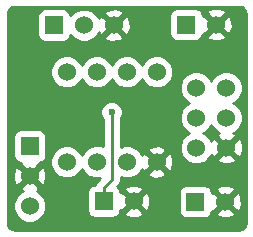
<source format=gbl>
G04 #@! TF.FileFunction,Copper,L2,Bot,Signal*
%FSLAX46Y46*%
G04 Gerber Fmt 4.6, Leading zero omitted, Abs format (unit mm)*
G04 Created by KiCad (PCBNEW 4.0.1-stable) date Monday, June 13, 2016 'PMt' 11:56:34 PM*
%MOMM*%
G01*
G04 APERTURE LIST*
%ADD10C,0.100000*%
%ADD11C,1.524000*%
%ADD12R,1.524000X1.524000*%
%ADD13C,0.600000*%
%ADD14C,0.254000*%
G04 APERTURE END LIST*
D10*
D11*
X155112720Y-90134440D03*
X157652720Y-90134440D03*
X155112720Y-92674440D03*
X157652720Y-92674440D03*
X155112720Y-95214440D03*
X157652720Y-95214440D03*
X144160240Y-96415860D03*
X146700240Y-96415860D03*
X149240240Y-96415860D03*
X151780240Y-96415860D03*
X151780240Y-88795860D03*
X149240240Y-88795860D03*
X146700240Y-88795860D03*
X144160240Y-88795860D03*
D12*
X143065500Y-84828380D03*
D11*
X145605500Y-84828380D03*
X148145500Y-84828380D03*
D12*
X154254200Y-84787740D03*
D11*
X156794200Y-84787740D03*
D12*
X147279360Y-99738180D03*
D11*
X149819360Y-99738180D03*
D12*
X155026360Y-99776280D03*
D11*
X157566360Y-99776280D03*
D12*
X141015720Y-95064580D03*
D11*
X141015720Y-97604580D03*
X141015720Y-100144580D03*
D13*
X147942300Y-92184220D03*
X143245840Y-90670380D03*
D14*
X147286980Y-98557080D02*
X147942300Y-97901760D01*
X147286980Y-99573080D02*
X147286980Y-98557080D01*
X147942300Y-97901760D02*
X147942300Y-92184220D01*
X146700240Y-88795860D02*
X146697700Y-88798400D01*
X146697700Y-88798400D02*
X146697700Y-89250520D01*
G36*
X158958979Y-83315478D02*
X159136145Y-83433856D01*
X159254521Y-83611019D01*
X159310000Y-83889931D01*
X159310000Y-101530069D01*
X159254521Y-101808981D01*
X159136145Y-101986144D01*
X158958979Y-102104522D01*
X158680070Y-102160000D01*
X139769931Y-102160000D01*
X139491019Y-102104521D01*
X139313856Y-101986145D01*
X139195478Y-101808979D01*
X139140000Y-101530070D01*
X139140000Y-100421241D01*
X139618478Y-100421241D01*
X139830710Y-100934883D01*
X140223350Y-101328209D01*
X140736620Y-101541337D01*
X141292381Y-101541822D01*
X141806023Y-101329590D01*
X142199349Y-100936950D01*
X142412477Y-100423680D01*
X142412962Y-99867919D01*
X142200730Y-99354277D01*
X141808090Y-98960951D01*
X141615993Y-98881185D01*
X141746863Y-98826977D01*
X141816328Y-98584793D01*
X141015720Y-97784185D01*
X140215112Y-98584793D01*
X140284577Y-98826977D01*
X140425038Y-98877089D01*
X140225417Y-98959570D01*
X139832091Y-99352210D01*
X139618963Y-99865480D01*
X139618478Y-100421241D01*
X139140000Y-100421241D01*
X139140000Y-97396882D01*
X139606576Y-97396882D01*
X139634358Y-97951948D01*
X139793323Y-98335723D01*
X140035507Y-98405188D01*
X140836115Y-97604580D01*
X141195325Y-97604580D01*
X141995933Y-98405188D01*
X142238117Y-98335723D01*
X142424864Y-97812278D01*
X142397082Y-97257212D01*
X142238117Y-96873437D01*
X141995933Y-96803972D01*
X141195325Y-97604580D01*
X140836115Y-97604580D01*
X140035507Y-96803972D01*
X139793323Y-96873437D01*
X139606576Y-97396882D01*
X139140000Y-97396882D01*
X139140000Y-94302580D01*
X139606280Y-94302580D01*
X139606280Y-95826580D01*
X139650558Y-96061897D01*
X139789630Y-96278021D01*
X140001830Y-96423011D01*
X140253720Y-96474020D01*
X140258236Y-96474020D01*
X140215112Y-96624367D01*
X141015720Y-97424975D01*
X141748174Y-96692521D01*
X142762998Y-96692521D01*
X142975230Y-97206163D01*
X143367870Y-97599489D01*
X143881140Y-97812617D01*
X144436901Y-97813102D01*
X144950543Y-97600870D01*
X145343869Y-97208230D01*
X145430189Y-97000348D01*
X145515230Y-97206163D01*
X145907870Y-97599489D01*
X146421140Y-97812617D01*
X146953348Y-97813081D01*
X146748165Y-98018265D01*
X146582984Y-98265475D01*
X146570400Y-98328740D01*
X146517360Y-98328740D01*
X146282043Y-98373018D01*
X146065919Y-98512090D01*
X145920929Y-98724290D01*
X145869920Y-98976180D01*
X145869920Y-100500180D01*
X145914198Y-100735497D01*
X146053270Y-100951621D01*
X146265470Y-101096611D01*
X146517360Y-101147620D01*
X148041360Y-101147620D01*
X148276677Y-101103342D01*
X148492801Y-100964270D01*
X148637791Y-100752070D01*
X148644610Y-100718393D01*
X149018752Y-100718393D01*
X149088217Y-100960577D01*
X149611662Y-101147324D01*
X150166728Y-101119542D01*
X150550503Y-100960577D01*
X150619968Y-100718393D01*
X149819360Y-99917785D01*
X149018752Y-100718393D01*
X148644610Y-100718393D01*
X148688800Y-100500180D01*
X148688800Y-100495664D01*
X148839147Y-100538788D01*
X149639755Y-99738180D01*
X149998965Y-99738180D01*
X150799573Y-100538788D01*
X151041757Y-100469323D01*
X151228504Y-99945878D01*
X151200722Y-99390812D01*
X151044758Y-99014280D01*
X153616920Y-99014280D01*
X153616920Y-100538280D01*
X153661198Y-100773597D01*
X153800270Y-100989721D01*
X154012470Y-101134711D01*
X154264360Y-101185720D01*
X155788360Y-101185720D01*
X156023677Y-101141442D01*
X156239801Y-101002370D01*
X156384791Y-100790170D01*
X156391610Y-100756493D01*
X156765752Y-100756493D01*
X156835217Y-100998677D01*
X157358662Y-101185424D01*
X157913728Y-101157642D01*
X158297503Y-100998677D01*
X158366968Y-100756493D01*
X157566360Y-99955885D01*
X156765752Y-100756493D01*
X156391610Y-100756493D01*
X156435800Y-100538280D01*
X156435800Y-100533764D01*
X156586147Y-100576888D01*
X157386755Y-99776280D01*
X157745965Y-99776280D01*
X158546573Y-100576888D01*
X158788757Y-100507423D01*
X158975504Y-99983978D01*
X158947722Y-99428912D01*
X158788757Y-99045137D01*
X158546573Y-98975672D01*
X157745965Y-99776280D01*
X157386755Y-99776280D01*
X156586147Y-98975672D01*
X156435800Y-99018796D01*
X156435800Y-99014280D01*
X156394741Y-98796067D01*
X156765752Y-98796067D01*
X157566360Y-99596675D01*
X158366968Y-98796067D01*
X158297503Y-98553883D01*
X157774058Y-98367136D01*
X157218992Y-98394918D01*
X156835217Y-98553883D01*
X156765752Y-98796067D01*
X156394741Y-98796067D01*
X156391522Y-98778963D01*
X156252450Y-98562839D01*
X156040250Y-98417849D01*
X155788360Y-98366840D01*
X154264360Y-98366840D01*
X154029043Y-98411118D01*
X153812919Y-98550190D01*
X153667929Y-98762390D01*
X153616920Y-99014280D01*
X151044758Y-99014280D01*
X151041757Y-99007037D01*
X150799573Y-98937572D01*
X149998965Y-99738180D01*
X149639755Y-99738180D01*
X148839147Y-98937572D01*
X148688800Y-98980696D01*
X148688800Y-98976180D01*
X148647741Y-98757967D01*
X149018752Y-98757967D01*
X149819360Y-99558575D01*
X150619968Y-98757967D01*
X150550503Y-98515783D01*
X150027058Y-98329036D01*
X149471992Y-98356818D01*
X149088217Y-98515783D01*
X149018752Y-98757967D01*
X148647741Y-98757967D01*
X148644522Y-98740863D01*
X148505450Y-98524739D01*
X148440993Y-98480698D01*
X148481115Y-98440576D01*
X148646296Y-98193365D01*
X148704300Y-97901760D01*
X148704300Y-97705968D01*
X148961140Y-97812617D01*
X149516901Y-97813102D01*
X150030543Y-97600870D01*
X150235697Y-97396073D01*
X150979632Y-97396073D01*
X151049097Y-97638257D01*
X151572542Y-97825004D01*
X152127608Y-97797222D01*
X152511383Y-97638257D01*
X152580848Y-97396073D01*
X151780240Y-96595465D01*
X150979632Y-97396073D01*
X150235697Y-97396073D01*
X150423869Y-97208230D01*
X150503635Y-97016133D01*
X150557843Y-97147003D01*
X150800027Y-97216468D01*
X151600635Y-96415860D01*
X151959845Y-96415860D01*
X152760453Y-97216468D01*
X153002637Y-97147003D01*
X153189384Y-96623558D01*
X153161602Y-96068492D01*
X153002637Y-95684717D01*
X152760453Y-95615252D01*
X151959845Y-96415860D01*
X151600635Y-96415860D01*
X150800027Y-95615252D01*
X150557843Y-95684717D01*
X150507731Y-95825178D01*
X150425250Y-95625557D01*
X150235672Y-95435647D01*
X150979632Y-95435647D01*
X151780240Y-96236255D01*
X152580848Y-95435647D01*
X152511383Y-95193463D01*
X151987938Y-95006716D01*
X151432872Y-95034498D01*
X151049097Y-95193463D01*
X150979632Y-95435647D01*
X150235672Y-95435647D01*
X150032610Y-95232231D01*
X149519340Y-95019103D01*
X148963579Y-95018618D01*
X148704300Y-95125750D01*
X148704300Y-92744686D01*
X148734492Y-92714547D01*
X148877138Y-92371019D01*
X148877462Y-91999053D01*
X148735417Y-91655277D01*
X148472627Y-91392028D01*
X148129099Y-91249382D01*
X147757133Y-91249058D01*
X147413357Y-91391103D01*
X147150108Y-91653893D01*
X147007462Y-91997421D01*
X147007138Y-92369387D01*
X147149183Y-92713163D01*
X147180300Y-92744334D01*
X147180300Y-95102549D01*
X146979340Y-95019103D01*
X146423579Y-95018618D01*
X145909937Y-95230850D01*
X145516611Y-95623490D01*
X145430291Y-95831372D01*
X145345250Y-95625557D01*
X144952610Y-95232231D01*
X144439340Y-95019103D01*
X143883579Y-95018618D01*
X143369937Y-95230850D01*
X142976611Y-95623490D01*
X142763483Y-96136760D01*
X142762998Y-96692521D01*
X141748174Y-96692521D01*
X141816328Y-96624367D01*
X141773204Y-96474020D01*
X141777720Y-96474020D01*
X142013037Y-96429742D01*
X142229161Y-96290670D01*
X142374151Y-96078470D01*
X142425160Y-95826580D01*
X142425160Y-94302580D01*
X142380882Y-94067263D01*
X142241810Y-93851139D01*
X142029610Y-93706149D01*
X141777720Y-93655140D01*
X140253720Y-93655140D01*
X140018403Y-93699418D01*
X139802279Y-93838490D01*
X139657289Y-94050690D01*
X139606280Y-94302580D01*
X139140000Y-94302580D01*
X139140000Y-90411101D01*
X153715478Y-90411101D01*
X153927710Y-90924743D01*
X154320350Y-91318069D01*
X154528232Y-91404389D01*
X154322417Y-91489430D01*
X153929091Y-91882070D01*
X153715963Y-92395340D01*
X153715478Y-92951101D01*
X153927710Y-93464743D01*
X154320350Y-93858069D01*
X154528232Y-93944389D01*
X154322417Y-94029430D01*
X153929091Y-94422070D01*
X153715963Y-94935340D01*
X153715478Y-95491101D01*
X153927710Y-96004743D01*
X154320350Y-96398069D01*
X154833620Y-96611197D01*
X155389381Y-96611682D01*
X155903023Y-96399450D01*
X156108177Y-96194653D01*
X156852112Y-96194653D01*
X156921577Y-96436837D01*
X157445022Y-96623584D01*
X158000088Y-96595802D01*
X158383863Y-96436837D01*
X158453328Y-96194653D01*
X157652720Y-95394045D01*
X156852112Y-96194653D01*
X156108177Y-96194653D01*
X156296349Y-96006810D01*
X156376115Y-95814713D01*
X156430323Y-95945583D01*
X156672507Y-96015048D01*
X157473115Y-95214440D01*
X157832325Y-95214440D01*
X158632933Y-96015048D01*
X158875117Y-95945583D01*
X159061864Y-95422138D01*
X159034082Y-94867072D01*
X158875117Y-94483297D01*
X158632933Y-94413832D01*
X157832325Y-95214440D01*
X157473115Y-95214440D01*
X156672507Y-94413832D01*
X156430323Y-94483297D01*
X156380211Y-94623758D01*
X156297730Y-94424137D01*
X155905090Y-94030811D01*
X155697208Y-93944491D01*
X155903023Y-93859450D01*
X156296349Y-93466810D01*
X156382669Y-93258928D01*
X156467710Y-93464743D01*
X156860350Y-93858069D01*
X157052447Y-93937835D01*
X156921577Y-93992043D01*
X156852112Y-94234227D01*
X157652720Y-95034835D01*
X158453328Y-94234227D01*
X158383863Y-93992043D01*
X158243402Y-93941931D01*
X158443023Y-93859450D01*
X158836349Y-93466810D01*
X159049477Y-92953540D01*
X159049962Y-92397779D01*
X158837730Y-91884137D01*
X158445090Y-91490811D01*
X158237208Y-91404491D01*
X158443023Y-91319450D01*
X158836349Y-90926810D01*
X159049477Y-90413540D01*
X159049962Y-89857779D01*
X158837730Y-89344137D01*
X158445090Y-88950811D01*
X157931820Y-88737683D01*
X157376059Y-88737198D01*
X156862417Y-88949430D01*
X156469091Y-89342070D01*
X156382771Y-89549952D01*
X156297730Y-89344137D01*
X155905090Y-88950811D01*
X155391820Y-88737683D01*
X154836059Y-88737198D01*
X154322417Y-88949430D01*
X153929091Y-89342070D01*
X153715963Y-89855340D01*
X153715478Y-90411101D01*
X139140000Y-90411101D01*
X139140000Y-89072521D01*
X142762998Y-89072521D01*
X142975230Y-89586163D01*
X143367870Y-89979489D01*
X143881140Y-90192617D01*
X144436901Y-90193102D01*
X144950543Y-89980870D01*
X145343869Y-89588230D01*
X145430189Y-89380348D01*
X145515230Y-89586163D01*
X145907870Y-89979489D01*
X146421140Y-90192617D01*
X146976901Y-90193102D01*
X147490543Y-89980870D01*
X147883869Y-89588230D01*
X147970189Y-89380348D01*
X148055230Y-89586163D01*
X148447870Y-89979489D01*
X148961140Y-90192617D01*
X149516901Y-90193102D01*
X150030543Y-89980870D01*
X150423869Y-89588230D01*
X150510189Y-89380348D01*
X150595230Y-89586163D01*
X150987870Y-89979489D01*
X151501140Y-90192617D01*
X152056901Y-90193102D01*
X152570543Y-89980870D01*
X152963869Y-89588230D01*
X153176997Y-89074960D01*
X153177482Y-88519199D01*
X152965250Y-88005557D01*
X152572610Y-87612231D01*
X152059340Y-87399103D01*
X151503579Y-87398618D01*
X150989937Y-87610850D01*
X150596611Y-88003490D01*
X150510291Y-88211372D01*
X150425250Y-88005557D01*
X150032610Y-87612231D01*
X149519340Y-87399103D01*
X148963579Y-87398618D01*
X148449937Y-87610850D01*
X148056611Y-88003490D01*
X147970291Y-88211372D01*
X147885250Y-88005557D01*
X147492610Y-87612231D01*
X146979340Y-87399103D01*
X146423579Y-87398618D01*
X145909937Y-87610850D01*
X145516611Y-88003490D01*
X145430291Y-88211372D01*
X145345250Y-88005557D01*
X144952610Y-87612231D01*
X144439340Y-87399103D01*
X143883579Y-87398618D01*
X143369937Y-87610850D01*
X142976611Y-88003490D01*
X142763483Y-88516760D01*
X142762998Y-89072521D01*
X139140000Y-89072521D01*
X139140000Y-84066380D01*
X141656060Y-84066380D01*
X141656060Y-85590380D01*
X141700338Y-85825697D01*
X141839410Y-86041821D01*
X142051610Y-86186811D01*
X142303500Y-86237820D01*
X143827500Y-86237820D01*
X144062817Y-86193542D01*
X144278941Y-86054470D01*
X144423931Y-85842270D01*
X144460992Y-85659256D01*
X144813130Y-86012009D01*
X145326400Y-86225137D01*
X145882161Y-86225622D01*
X146395803Y-86013390D01*
X146600957Y-85808593D01*
X147344892Y-85808593D01*
X147414357Y-86050777D01*
X147937802Y-86237524D01*
X148492868Y-86209742D01*
X148876643Y-86050777D01*
X148946108Y-85808593D01*
X148145500Y-85007985D01*
X147344892Y-85808593D01*
X146600957Y-85808593D01*
X146789129Y-85620750D01*
X146868895Y-85428653D01*
X146923103Y-85559523D01*
X147165287Y-85628988D01*
X147965895Y-84828380D01*
X148325105Y-84828380D01*
X149125713Y-85628988D01*
X149367897Y-85559523D01*
X149554644Y-85036078D01*
X149526862Y-84481012D01*
X149367897Y-84097237D01*
X149125713Y-84027772D01*
X148325105Y-84828380D01*
X147965895Y-84828380D01*
X147165287Y-84027772D01*
X146923103Y-84097237D01*
X146872991Y-84237698D01*
X146790510Y-84038077D01*
X146600932Y-83848167D01*
X147344892Y-83848167D01*
X148145500Y-84648775D01*
X148768535Y-84025740D01*
X152844760Y-84025740D01*
X152844760Y-85549740D01*
X152889038Y-85785057D01*
X153028110Y-86001181D01*
X153240310Y-86146171D01*
X153492200Y-86197180D01*
X155016200Y-86197180D01*
X155251517Y-86152902D01*
X155467641Y-86013830D01*
X155612631Y-85801630D01*
X155619450Y-85767953D01*
X155993592Y-85767953D01*
X156063057Y-86010137D01*
X156586502Y-86196884D01*
X157141568Y-86169102D01*
X157525343Y-86010137D01*
X157594808Y-85767953D01*
X156794200Y-84967345D01*
X155993592Y-85767953D01*
X155619450Y-85767953D01*
X155663640Y-85549740D01*
X155663640Y-85545224D01*
X155813987Y-85588348D01*
X156614595Y-84787740D01*
X156973805Y-84787740D01*
X157774413Y-85588348D01*
X158016597Y-85518883D01*
X158203344Y-84995438D01*
X158175562Y-84440372D01*
X158016597Y-84056597D01*
X157774413Y-83987132D01*
X156973805Y-84787740D01*
X156614595Y-84787740D01*
X155813987Y-83987132D01*
X155663640Y-84030256D01*
X155663640Y-84025740D01*
X155622581Y-83807527D01*
X155993592Y-83807527D01*
X156794200Y-84608135D01*
X157594808Y-83807527D01*
X157525343Y-83565343D01*
X157001898Y-83378596D01*
X156446832Y-83406378D01*
X156063057Y-83565343D01*
X155993592Y-83807527D01*
X155622581Y-83807527D01*
X155619362Y-83790423D01*
X155480290Y-83574299D01*
X155268090Y-83429309D01*
X155016200Y-83378300D01*
X153492200Y-83378300D01*
X153256883Y-83422578D01*
X153040759Y-83561650D01*
X152895769Y-83773850D01*
X152844760Y-84025740D01*
X148768535Y-84025740D01*
X148946108Y-83848167D01*
X148876643Y-83605983D01*
X148353198Y-83419236D01*
X147798132Y-83447018D01*
X147414357Y-83605983D01*
X147344892Y-83848167D01*
X146600932Y-83848167D01*
X146397870Y-83644751D01*
X145884600Y-83431623D01*
X145328839Y-83431138D01*
X144815197Y-83643370D01*
X144461737Y-83996213D01*
X144430662Y-83831063D01*
X144291590Y-83614939D01*
X144079390Y-83469949D01*
X143827500Y-83418940D01*
X142303500Y-83418940D01*
X142068183Y-83463218D01*
X141852059Y-83602290D01*
X141707069Y-83814490D01*
X141656060Y-84066380D01*
X139140000Y-84066380D01*
X139140000Y-83889930D01*
X139195478Y-83611021D01*
X139313856Y-83433855D01*
X139491019Y-83315479D01*
X139769931Y-83260000D01*
X158680070Y-83260000D01*
X158958979Y-83315478D01*
X158958979Y-83315478D01*
G37*
X158958979Y-83315478D02*
X159136145Y-83433856D01*
X159254521Y-83611019D01*
X159310000Y-83889931D01*
X159310000Y-101530069D01*
X159254521Y-101808981D01*
X159136145Y-101986144D01*
X158958979Y-102104522D01*
X158680070Y-102160000D01*
X139769931Y-102160000D01*
X139491019Y-102104521D01*
X139313856Y-101986145D01*
X139195478Y-101808979D01*
X139140000Y-101530070D01*
X139140000Y-100421241D01*
X139618478Y-100421241D01*
X139830710Y-100934883D01*
X140223350Y-101328209D01*
X140736620Y-101541337D01*
X141292381Y-101541822D01*
X141806023Y-101329590D01*
X142199349Y-100936950D01*
X142412477Y-100423680D01*
X142412962Y-99867919D01*
X142200730Y-99354277D01*
X141808090Y-98960951D01*
X141615993Y-98881185D01*
X141746863Y-98826977D01*
X141816328Y-98584793D01*
X141015720Y-97784185D01*
X140215112Y-98584793D01*
X140284577Y-98826977D01*
X140425038Y-98877089D01*
X140225417Y-98959570D01*
X139832091Y-99352210D01*
X139618963Y-99865480D01*
X139618478Y-100421241D01*
X139140000Y-100421241D01*
X139140000Y-97396882D01*
X139606576Y-97396882D01*
X139634358Y-97951948D01*
X139793323Y-98335723D01*
X140035507Y-98405188D01*
X140836115Y-97604580D01*
X141195325Y-97604580D01*
X141995933Y-98405188D01*
X142238117Y-98335723D01*
X142424864Y-97812278D01*
X142397082Y-97257212D01*
X142238117Y-96873437D01*
X141995933Y-96803972D01*
X141195325Y-97604580D01*
X140836115Y-97604580D01*
X140035507Y-96803972D01*
X139793323Y-96873437D01*
X139606576Y-97396882D01*
X139140000Y-97396882D01*
X139140000Y-94302580D01*
X139606280Y-94302580D01*
X139606280Y-95826580D01*
X139650558Y-96061897D01*
X139789630Y-96278021D01*
X140001830Y-96423011D01*
X140253720Y-96474020D01*
X140258236Y-96474020D01*
X140215112Y-96624367D01*
X141015720Y-97424975D01*
X141748174Y-96692521D01*
X142762998Y-96692521D01*
X142975230Y-97206163D01*
X143367870Y-97599489D01*
X143881140Y-97812617D01*
X144436901Y-97813102D01*
X144950543Y-97600870D01*
X145343869Y-97208230D01*
X145430189Y-97000348D01*
X145515230Y-97206163D01*
X145907870Y-97599489D01*
X146421140Y-97812617D01*
X146953348Y-97813081D01*
X146748165Y-98018265D01*
X146582984Y-98265475D01*
X146570400Y-98328740D01*
X146517360Y-98328740D01*
X146282043Y-98373018D01*
X146065919Y-98512090D01*
X145920929Y-98724290D01*
X145869920Y-98976180D01*
X145869920Y-100500180D01*
X145914198Y-100735497D01*
X146053270Y-100951621D01*
X146265470Y-101096611D01*
X146517360Y-101147620D01*
X148041360Y-101147620D01*
X148276677Y-101103342D01*
X148492801Y-100964270D01*
X148637791Y-100752070D01*
X148644610Y-100718393D01*
X149018752Y-100718393D01*
X149088217Y-100960577D01*
X149611662Y-101147324D01*
X150166728Y-101119542D01*
X150550503Y-100960577D01*
X150619968Y-100718393D01*
X149819360Y-99917785D01*
X149018752Y-100718393D01*
X148644610Y-100718393D01*
X148688800Y-100500180D01*
X148688800Y-100495664D01*
X148839147Y-100538788D01*
X149639755Y-99738180D01*
X149998965Y-99738180D01*
X150799573Y-100538788D01*
X151041757Y-100469323D01*
X151228504Y-99945878D01*
X151200722Y-99390812D01*
X151044758Y-99014280D01*
X153616920Y-99014280D01*
X153616920Y-100538280D01*
X153661198Y-100773597D01*
X153800270Y-100989721D01*
X154012470Y-101134711D01*
X154264360Y-101185720D01*
X155788360Y-101185720D01*
X156023677Y-101141442D01*
X156239801Y-101002370D01*
X156384791Y-100790170D01*
X156391610Y-100756493D01*
X156765752Y-100756493D01*
X156835217Y-100998677D01*
X157358662Y-101185424D01*
X157913728Y-101157642D01*
X158297503Y-100998677D01*
X158366968Y-100756493D01*
X157566360Y-99955885D01*
X156765752Y-100756493D01*
X156391610Y-100756493D01*
X156435800Y-100538280D01*
X156435800Y-100533764D01*
X156586147Y-100576888D01*
X157386755Y-99776280D01*
X157745965Y-99776280D01*
X158546573Y-100576888D01*
X158788757Y-100507423D01*
X158975504Y-99983978D01*
X158947722Y-99428912D01*
X158788757Y-99045137D01*
X158546573Y-98975672D01*
X157745965Y-99776280D01*
X157386755Y-99776280D01*
X156586147Y-98975672D01*
X156435800Y-99018796D01*
X156435800Y-99014280D01*
X156394741Y-98796067D01*
X156765752Y-98796067D01*
X157566360Y-99596675D01*
X158366968Y-98796067D01*
X158297503Y-98553883D01*
X157774058Y-98367136D01*
X157218992Y-98394918D01*
X156835217Y-98553883D01*
X156765752Y-98796067D01*
X156394741Y-98796067D01*
X156391522Y-98778963D01*
X156252450Y-98562839D01*
X156040250Y-98417849D01*
X155788360Y-98366840D01*
X154264360Y-98366840D01*
X154029043Y-98411118D01*
X153812919Y-98550190D01*
X153667929Y-98762390D01*
X153616920Y-99014280D01*
X151044758Y-99014280D01*
X151041757Y-99007037D01*
X150799573Y-98937572D01*
X149998965Y-99738180D01*
X149639755Y-99738180D01*
X148839147Y-98937572D01*
X148688800Y-98980696D01*
X148688800Y-98976180D01*
X148647741Y-98757967D01*
X149018752Y-98757967D01*
X149819360Y-99558575D01*
X150619968Y-98757967D01*
X150550503Y-98515783D01*
X150027058Y-98329036D01*
X149471992Y-98356818D01*
X149088217Y-98515783D01*
X149018752Y-98757967D01*
X148647741Y-98757967D01*
X148644522Y-98740863D01*
X148505450Y-98524739D01*
X148440993Y-98480698D01*
X148481115Y-98440576D01*
X148646296Y-98193365D01*
X148704300Y-97901760D01*
X148704300Y-97705968D01*
X148961140Y-97812617D01*
X149516901Y-97813102D01*
X150030543Y-97600870D01*
X150235697Y-97396073D01*
X150979632Y-97396073D01*
X151049097Y-97638257D01*
X151572542Y-97825004D01*
X152127608Y-97797222D01*
X152511383Y-97638257D01*
X152580848Y-97396073D01*
X151780240Y-96595465D01*
X150979632Y-97396073D01*
X150235697Y-97396073D01*
X150423869Y-97208230D01*
X150503635Y-97016133D01*
X150557843Y-97147003D01*
X150800027Y-97216468D01*
X151600635Y-96415860D01*
X151959845Y-96415860D01*
X152760453Y-97216468D01*
X153002637Y-97147003D01*
X153189384Y-96623558D01*
X153161602Y-96068492D01*
X153002637Y-95684717D01*
X152760453Y-95615252D01*
X151959845Y-96415860D01*
X151600635Y-96415860D01*
X150800027Y-95615252D01*
X150557843Y-95684717D01*
X150507731Y-95825178D01*
X150425250Y-95625557D01*
X150235672Y-95435647D01*
X150979632Y-95435647D01*
X151780240Y-96236255D01*
X152580848Y-95435647D01*
X152511383Y-95193463D01*
X151987938Y-95006716D01*
X151432872Y-95034498D01*
X151049097Y-95193463D01*
X150979632Y-95435647D01*
X150235672Y-95435647D01*
X150032610Y-95232231D01*
X149519340Y-95019103D01*
X148963579Y-95018618D01*
X148704300Y-95125750D01*
X148704300Y-92744686D01*
X148734492Y-92714547D01*
X148877138Y-92371019D01*
X148877462Y-91999053D01*
X148735417Y-91655277D01*
X148472627Y-91392028D01*
X148129099Y-91249382D01*
X147757133Y-91249058D01*
X147413357Y-91391103D01*
X147150108Y-91653893D01*
X147007462Y-91997421D01*
X147007138Y-92369387D01*
X147149183Y-92713163D01*
X147180300Y-92744334D01*
X147180300Y-95102549D01*
X146979340Y-95019103D01*
X146423579Y-95018618D01*
X145909937Y-95230850D01*
X145516611Y-95623490D01*
X145430291Y-95831372D01*
X145345250Y-95625557D01*
X144952610Y-95232231D01*
X144439340Y-95019103D01*
X143883579Y-95018618D01*
X143369937Y-95230850D01*
X142976611Y-95623490D01*
X142763483Y-96136760D01*
X142762998Y-96692521D01*
X141748174Y-96692521D01*
X141816328Y-96624367D01*
X141773204Y-96474020D01*
X141777720Y-96474020D01*
X142013037Y-96429742D01*
X142229161Y-96290670D01*
X142374151Y-96078470D01*
X142425160Y-95826580D01*
X142425160Y-94302580D01*
X142380882Y-94067263D01*
X142241810Y-93851139D01*
X142029610Y-93706149D01*
X141777720Y-93655140D01*
X140253720Y-93655140D01*
X140018403Y-93699418D01*
X139802279Y-93838490D01*
X139657289Y-94050690D01*
X139606280Y-94302580D01*
X139140000Y-94302580D01*
X139140000Y-90411101D01*
X153715478Y-90411101D01*
X153927710Y-90924743D01*
X154320350Y-91318069D01*
X154528232Y-91404389D01*
X154322417Y-91489430D01*
X153929091Y-91882070D01*
X153715963Y-92395340D01*
X153715478Y-92951101D01*
X153927710Y-93464743D01*
X154320350Y-93858069D01*
X154528232Y-93944389D01*
X154322417Y-94029430D01*
X153929091Y-94422070D01*
X153715963Y-94935340D01*
X153715478Y-95491101D01*
X153927710Y-96004743D01*
X154320350Y-96398069D01*
X154833620Y-96611197D01*
X155389381Y-96611682D01*
X155903023Y-96399450D01*
X156108177Y-96194653D01*
X156852112Y-96194653D01*
X156921577Y-96436837D01*
X157445022Y-96623584D01*
X158000088Y-96595802D01*
X158383863Y-96436837D01*
X158453328Y-96194653D01*
X157652720Y-95394045D01*
X156852112Y-96194653D01*
X156108177Y-96194653D01*
X156296349Y-96006810D01*
X156376115Y-95814713D01*
X156430323Y-95945583D01*
X156672507Y-96015048D01*
X157473115Y-95214440D01*
X157832325Y-95214440D01*
X158632933Y-96015048D01*
X158875117Y-95945583D01*
X159061864Y-95422138D01*
X159034082Y-94867072D01*
X158875117Y-94483297D01*
X158632933Y-94413832D01*
X157832325Y-95214440D01*
X157473115Y-95214440D01*
X156672507Y-94413832D01*
X156430323Y-94483297D01*
X156380211Y-94623758D01*
X156297730Y-94424137D01*
X155905090Y-94030811D01*
X155697208Y-93944491D01*
X155903023Y-93859450D01*
X156296349Y-93466810D01*
X156382669Y-93258928D01*
X156467710Y-93464743D01*
X156860350Y-93858069D01*
X157052447Y-93937835D01*
X156921577Y-93992043D01*
X156852112Y-94234227D01*
X157652720Y-95034835D01*
X158453328Y-94234227D01*
X158383863Y-93992043D01*
X158243402Y-93941931D01*
X158443023Y-93859450D01*
X158836349Y-93466810D01*
X159049477Y-92953540D01*
X159049962Y-92397779D01*
X158837730Y-91884137D01*
X158445090Y-91490811D01*
X158237208Y-91404491D01*
X158443023Y-91319450D01*
X158836349Y-90926810D01*
X159049477Y-90413540D01*
X159049962Y-89857779D01*
X158837730Y-89344137D01*
X158445090Y-88950811D01*
X157931820Y-88737683D01*
X157376059Y-88737198D01*
X156862417Y-88949430D01*
X156469091Y-89342070D01*
X156382771Y-89549952D01*
X156297730Y-89344137D01*
X155905090Y-88950811D01*
X155391820Y-88737683D01*
X154836059Y-88737198D01*
X154322417Y-88949430D01*
X153929091Y-89342070D01*
X153715963Y-89855340D01*
X153715478Y-90411101D01*
X139140000Y-90411101D01*
X139140000Y-89072521D01*
X142762998Y-89072521D01*
X142975230Y-89586163D01*
X143367870Y-89979489D01*
X143881140Y-90192617D01*
X144436901Y-90193102D01*
X144950543Y-89980870D01*
X145343869Y-89588230D01*
X145430189Y-89380348D01*
X145515230Y-89586163D01*
X145907870Y-89979489D01*
X146421140Y-90192617D01*
X146976901Y-90193102D01*
X147490543Y-89980870D01*
X147883869Y-89588230D01*
X147970189Y-89380348D01*
X148055230Y-89586163D01*
X148447870Y-89979489D01*
X148961140Y-90192617D01*
X149516901Y-90193102D01*
X150030543Y-89980870D01*
X150423869Y-89588230D01*
X150510189Y-89380348D01*
X150595230Y-89586163D01*
X150987870Y-89979489D01*
X151501140Y-90192617D01*
X152056901Y-90193102D01*
X152570543Y-89980870D01*
X152963869Y-89588230D01*
X153176997Y-89074960D01*
X153177482Y-88519199D01*
X152965250Y-88005557D01*
X152572610Y-87612231D01*
X152059340Y-87399103D01*
X151503579Y-87398618D01*
X150989937Y-87610850D01*
X150596611Y-88003490D01*
X150510291Y-88211372D01*
X150425250Y-88005557D01*
X150032610Y-87612231D01*
X149519340Y-87399103D01*
X148963579Y-87398618D01*
X148449937Y-87610850D01*
X148056611Y-88003490D01*
X147970291Y-88211372D01*
X147885250Y-88005557D01*
X147492610Y-87612231D01*
X146979340Y-87399103D01*
X146423579Y-87398618D01*
X145909937Y-87610850D01*
X145516611Y-88003490D01*
X145430291Y-88211372D01*
X145345250Y-88005557D01*
X144952610Y-87612231D01*
X144439340Y-87399103D01*
X143883579Y-87398618D01*
X143369937Y-87610850D01*
X142976611Y-88003490D01*
X142763483Y-88516760D01*
X142762998Y-89072521D01*
X139140000Y-89072521D01*
X139140000Y-84066380D01*
X141656060Y-84066380D01*
X141656060Y-85590380D01*
X141700338Y-85825697D01*
X141839410Y-86041821D01*
X142051610Y-86186811D01*
X142303500Y-86237820D01*
X143827500Y-86237820D01*
X144062817Y-86193542D01*
X144278941Y-86054470D01*
X144423931Y-85842270D01*
X144460992Y-85659256D01*
X144813130Y-86012009D01*
X145326400Y-86225137D01*
X145882161Y-86225622D01*
X146395803Y-86013390D01*
X146600957Y-85808593D01*
X147344892Y-85808593D01*
X147414357Y-86050777D01*
X147937802Y-86237524D01*
X148492868Y-86209742D01*
X148876643Y-86050777D01*
X148946108Y-85808593D01*
X148145500Y-85007985D01*
X147344892Y-85808593D01*
X146600957Y-85808593D01*
X146789129Y-85620750D01*
X146868895Y-85428653D01*
X146923103Y-85559523D01*
X147165287Y-85628988D01*
X147965895Y-84828380D01*
X148325105Y-84828380D01*
X149125713Y-85628988D01*
X149367897Y-85559523D01*
X149554644Y-85036078D01*
X149526862Y-84481012D01*
X149367897Y-84097237D01*
X149125713Y-84027772D01*
X148325105Y-84828380D01*
X147965895Y-84828380D01*
X147165287Y-84027772D01*
X146923103Y-84097237D01*
X146872991Y-84237698D01*
X146790510Y-84038077D01*
X146600932Y-83848167D01*
X147344892Y-83848167D01*
X148145500Y-84648775D01*
X148768535Y-84025740D01*
X152844760Y-84025740D01*
X152844760Y-85549740D01*
X152889038Y-85785057D01*
X153028110Y-86001181D01*
X153240310Y-86146171D01*
X153492200Y-86197180D01*
X155016200Y-86197180D01*
X155251517Y-86152902D01*
X155467641Y-86013830D01*
X155612631Y-85801630D01*
X155619450Y-85767953D01*
X155993592Y-85767953D01*
X156063057Y-86010137D01*
X156586502Y-86196884D01*
X157141568Y-86169102D01*
X157525343Y-86010137D01*
X157594808Y-85767953D01*
X156794200Y-84967345D01*
X155993592Y-85767953D01*
X155619450Y-85767953D01*
X155663640Y-85549740D01*
X155663640Y-85545224D01*
X155813987Y-85588348D01*
X156614595Y-84787740D01*
X156973805Y-84787740D01*
X157774413Y-85588348D01*
X158016597Y-85518883D01*
X158203344Y-84995438D01*
X158175562Y-84440372D01*
X158016597Y-84056597D01*
X157774413Y-83987132D01*
X156973805Y-84787740D01*
X156614595Y-84787740D01*
X155813987Y-83987132D01*
X155663640Y-84030256D01*
X155663640Y-84025740D01*
X155622581Y-83807527D01*
X155993592Y-83807527D01*
X156794200Y-84608135D01*
X157594808Y-83807527D01*
X157525343Y-83565343D01*
X157001898Y-83378596D01*
X156446832Y-83406378D01*
X156063057Y-83565343D01*
X155993592Y-83807527D01*
X155622581Y-83807527D01*
X155619362Y-83790423D01*
X155480290Y-83574299D01*
X155268090Y-83429309D01*
X155016200Y-83378300D01*
X153492200Y-83378300D01*
X153256883Y-83422578D01*
X153040759Y-83561650D01*
X152895769Y-83773850D01*
X152844760Y-84025740D01*
X148768535Y-84025740D01*
X148946108Y-83848167D01*
X148876643Y-83605983D01*
X148353198Y-83419236D01*
X147798132Y-83447018D01*
X147414357Y-83605983D01*
X147344892Y-83848167D01*
X146600932Y-83848167D01*
X146397870Y-83644751D01*
X145884600Y-83431623D01*
X145328839Y-83431138D01*
X144815197Y-83643370D01*
X144461737Y-83996213D01*
X144430662Y-83831063D01*
X144291590Y-83614939D01*
X144079390Y-83469949D01*
X143827500Y-83418940D01*
X142303500Y-83418940D01*
X142068183Y-83463218D01*
X141852059Y-83602290D01*
X141707069Y-83814490D01*
X141656060Y-84066380D01*
X139140000Y-84066380D01*
X139140000Y-83889930D01*
X139195478Y-83611021D01*
X139313856Y-83433855D01*
X139491019Y-83315479D01*
X139769931Y-83260000D01*
X158680070Y-83260000D01*
X158958979Y-83315478D01*
M02*

</source>
